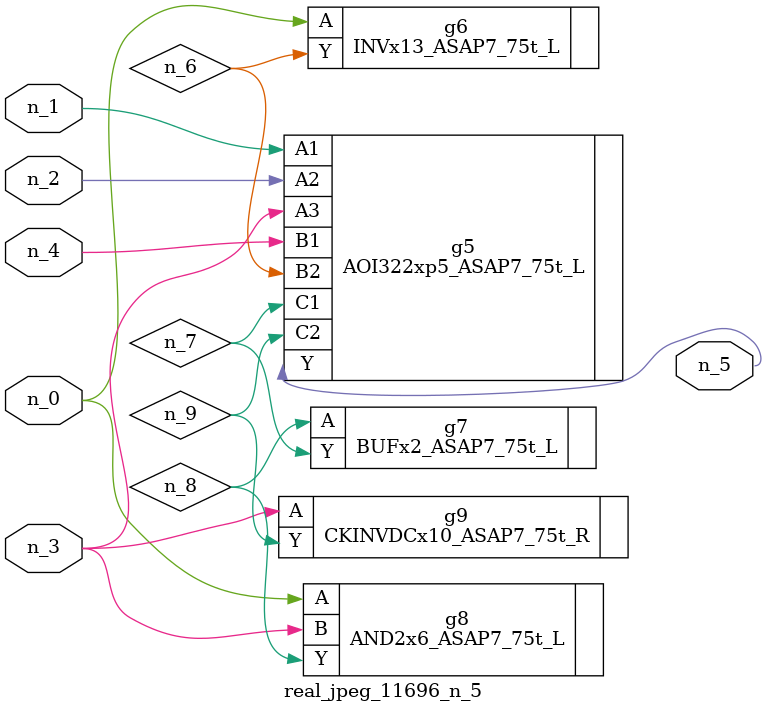
<source format=v>
module real_jpeg_11696_n_5 (n_4, n_0, n_1, n_2, n_3, n_5);

input n_4;
input n_0;
input n_1;
input n_2;
input n_3;

output n_5;

wire n_8;
wire n_6;
wire n_7;
wire n_9;

INVx13_ASAP7_75t_L g6 ( 
.A(n_0),
.Y(n_6)
);

AND2x6_ASAP7_75t_L g8 ( 
.A(n_0),
.B(n_3),
.Y(n_8)
);

AOI322xp5_ASAP7_75t_L g5 ( 
.A1(n_1),
.A2(n_2),
.A3(n_3),
.B1(n_4),
.B2(n_6),
.C1(n_7),
.C2(n_9),
.Y(n_5)
);

CKINVDCx10_ASAP7_75t_R g9 ( 
.A(n_3),
.Y(n_9)
);

BUFx2_ASAP7_75t_L g7 ( 
.A(n_8),
.Y(n_7)
);


endmodule
</source>
